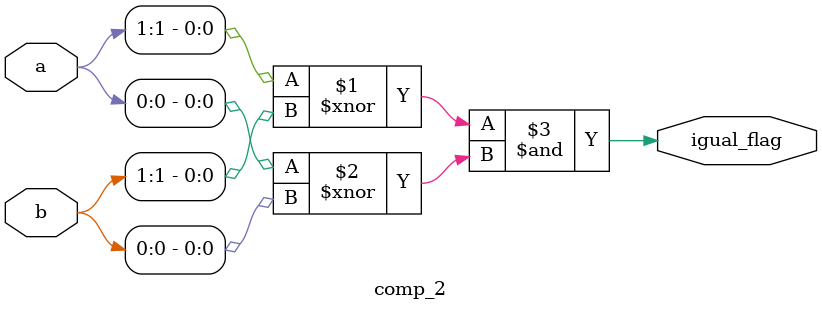
<source format=v>

module comp_2 (
    input  wire [1:0] a,         // Entrada de 2 bits: operando A
    input  wire [1:0] b,         // Entrada de 2 bits: operando B
    output wire       igual_flag // Saída de 1 bit: 1 se a == b, 0 caso contrário
);

    // Cada bit é comparado com XNOR (~^) e o resultado é "andado"
    // XNOR retorna 1 quando os bits são iguais (0-0 ou 1-1)
    // A igualdade global ocorre quando ambos os XNORs são '1'
    assign igual_flag = (a[1] ~^ b[1]) & (a[0] ~^ b[0]);

endmodule

</source>
